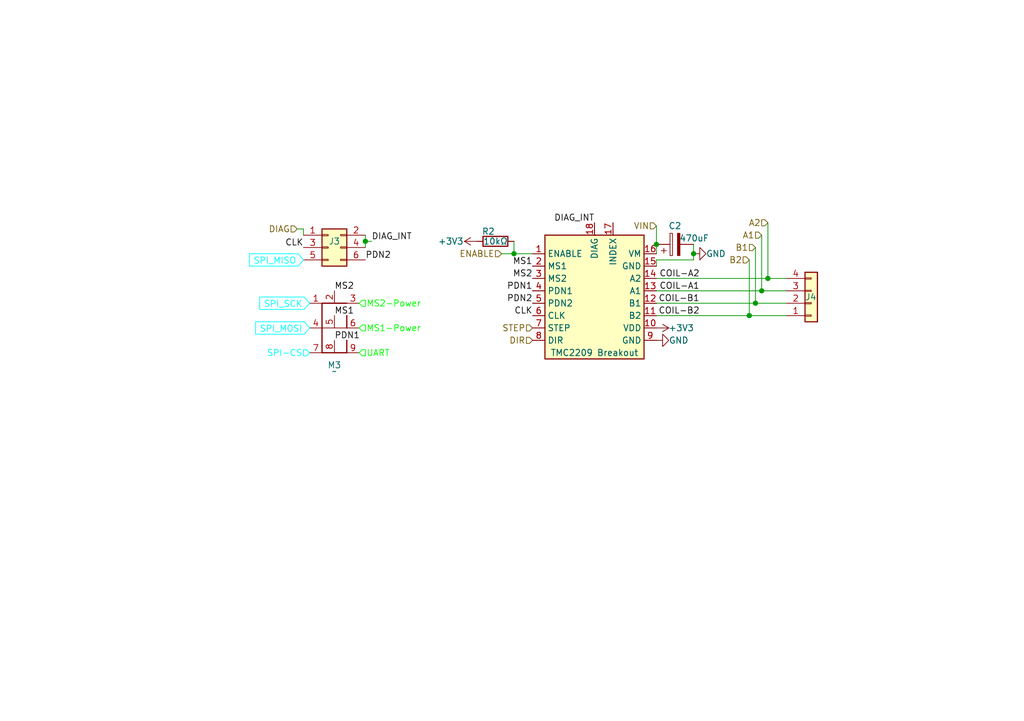
<source format=kicad_sch>
(kicad_sch (version 20250114) (generator "eeschema") (generator_version "9.0")
  (paper "A5")
  (title_block (title "Nyoomies KME V4 (Klipper Motor Expansion)") (date "2024-04-01") (rev "4.3") (company "Pera @ https://transfur.science/f191") (comment 1 "CERN OHL v2 - S") (comment 3 "https://github.com/comradef191/NyoomiesKME"))
  (lib_symbols
    (symbol "Connector_Generic:Conn_01x04" (pin_names (offset 1.016) (hide yes))
      (property "Reference" "J" (at 0 5.08 0))
      (property "Value" "Conn_01x04" (at 0 -7.62 0))
      (symbol "Conn_01x04_1_1"
        (rectangle (start -1.27 3.81) (end 1.27 -6.35) (stroke (width 0.254)) (fill (type background)))
        (rectangle (start -1.27 2.667) (end 0 2.413) (stroke (width 0.1524)))
        (rectangle (start -1.27 0.127) (end 0 -0.127) (stroke (width 0.1524)))
        (rectangle (start -1.27 -2.413) (end 0 -2.667) (stroke (width 0.1524)))
        (rectangle (start -1.27 -4.953) (end 0 -5.207) (stroke (width 0.1524)))
        (pin passive line (at -5.08 2.54 0) (length 3.81) (name "Pin_1") (number "1"))
        (pin passive line (at -5.08 0 0) (length 3.81) (name "Pin_2") (number "2"))
        (pin passive line (at -5.08 -2.54 0) (length 3.81) (name "Pin_3") (number "3"))
        (pin passive line (at -5.08 -5.08 0) (length 3.81) (name "Pin_4") (number "4"))
      )
    )
    (symbol "Connector_Generic:Conn_02x03_Odd_Even" (pin_names (offset 1.016) (hide yes))
      (property "Reference" "J" (at 1.27 5.08 0))
      (property "Value" "Conn_02x03_Odd_Even" (at 1.27 -5.08 0))
      (symbol "Conn_02x03_Odd_Even_1_1"
        (rectangle (start -1.27 3.81) (end 3.81 -3.81) (stroke (width 0.254)) (fill (type background)))
        (rectangle (start -1.27 2.667) (end 0 2.413) (stroke (width 0.1524)))
        (rectangle (start -1.27 0.127) (end 0 -0.127) (stroke (width 0.1524)))
        (rectangle (start -1.27 -2.413) (end 0 -2.667) (stroke (width 0.1524)))
        (rectangle (start 3.81 2.667) (end 2.54 2.413) (stroke (width 0.1524)))
        (rectangle (start 3.81 0.127) (end 2.54 -0.127) (stroke (width 0.1524)))
        (rectangle (start 3.81 -2.413) (end 2.54 -2.667) (stroke (width 0.1524)))
        (pin passive line (at -5.08 2.54 0) (length 3.81) (name "Pin_1") (number "1"))
        (pin passive line (at -5.08 0 0) (length 3.81) (name "Pin_3") (number "3"))
        (pin passive line (at -5.08 -2.54 0) (length 3.81) (name "Pin_5") (number "5"))
        (pin passive line (at 7.62 2.54 180) (length 3.81) (name "Pin_2") (number "2"))
        (pin passive line (at 7.62 0 180) (length 3.81) (name "Pin_4") (number "4"))
        (pin passive line (at 7.62 -2.54 180) (length 3.81) (name "Pin_6") (number "6"))
      )
    )
    (symbol "CustomSymbols:3x9_Pin_Connector"
      (property "Reference" "M" (at 0 0 0))
      (symbol "3x9_Pin_Connector_0_1"
        (polyline (pts (xy -2.54 6.35) (xy 2.54 6.35)))
      )
      (symbol "3x9_Pin_Connector_1_1"
        (polyline (pts (xy 2.54 6.35) (xy 2.54 8.89)) (stroke (width 0.254)))
        (polyline (pts (xy 2.54 1.27) (xy 2.54 3.81)) (stroke (width 0.254)))
        (polyline (pts (xy 2.54 1.27) (xy -2.54 1.27) (xy -2.54 11.43) (xy 2.54 11.43)) (stroke (width 0.254)))
        (pin bidirectional line (at -5.08 11.43 0) (length 2.54) (name "") (number "1"))
        (pin bidirectional line (at -5.08 6.35 0) (length 2.54) (name "") (number "4"))
        (pin bidirectional line (at -5.08 1.27 0) (length 2.54) (name "") (number "7"))
        (pin bidirectional line (at 0 13.97 270) (length 2.54) (name "") (number "2"))
        (pin bidirectional line (at 0 8.89 270) (length 2.54) (name "") (number "5"))
        (pin bidirectional line (at 0 3.81 270) (length 2.54) (name "") (number "8"))
        (pin bidirectional line (at 5.08 11.43 180) (length 2.54) (name "") (number "3"))
        (pin bidirectional line (at 5.08 6.35 180) (length 2.54) (name "") (number "6"))
        (pin bidirectional line (at 5.08 1.27 180) (length 2.54) (name "") (number "9"))
      )
    )
    (symbol "CustomSymbols:TMC2209 StepStick Breakout"
      (property "Reference" "M" (at 1.27 -3.81 0))
      (property "Value" "TMC2209 Breakout" (at 11.43 -7.62 0))
      (symbol "TMC2209 StepStick Breakout_0_1"
        (rectangle (start -7.62 16.51) (end 12.7 -8.89) (stroke (width 0.254)) (fill (type background)))
      )
      (symbol "TMC2209 StepStick Breakout_1_1"
        (pin input line (at -10.16 12.7 0) (length 2.54) (name "ENABLE") (number "1"))
        (pin input line (at -10.16 10.16 0) (length 2.54) (name "MS1") (number "2"))
        (pin input line (at -10.16 7.62 0) (length 2.54) (name "MS2") (number "3"))
        (pin output line (at -10.16 5.08 0) (length 2.54) (name "PDN1") (number "4"))
        (pin output line (at -10.16 2.54 0) (length 2.54) (name "PDN2") (number "5"))
        (pin input line (at -10.16 0 0) (length 2.54) (name "CLK") (number "6"))
        (pin input line (at -10.16 -2.54 0) (length 2.54) (name "STEP") (number "7"))
        (pin input line (at -10.16 -5.08 0) (length 2.54) (name "DIR") (number "8"))
        (pin output line (at 2.54 19.05 270) (length 2.54) (name "DIAG") (number "18"))
        (pin input line (at 6.35 19.05 270) (length 2.54) (name "INDEX") (number "17"))
        (pin input line (at 15.24 12.7 180) (length 2.54) (name "VM") (number "16"))
        (pin input line (at 15.24 10.16 180) (length 2.54) (name "GND") (number "15"))
        (pin output line (at 15.24 7.62 180) (length 2.54) (name "A2") (number "14"))
        (pin output line (at 15.24 5.08 180) (length 2.54) (name "A1") (number "13"))
        (pin output line (at 15.24 2.54 180) (length 2.54) (name "B1") (number "12"))
        (pin output line (at 15.24 0 180) (length 2.54) (name "B2") (number "11"))
        (pin input line (at 15.24 -2.54 180) (length 2.54) (name "VDD") (number "10"))
        (pin input line (at 15.24 -5.08 180) (length 2.54) (name "GND") (number "9"))
      )
    )
    (symbol "Device:C_Polarized" (pin_numbers (hide yes)) (pin_names (offset 0.254))
      (property "Reference" "C" (at 0.635 2.54 0))
      (property "Value" "C_Polarized" (at 0.635 -2.54 0))
      (symbol "C_Polarized_0_1"
        (rectangle (start -2.286 0.508) (end 2.286 1.016))
        (polyline (pts (xy -1.778 2.286) (xy -0.762 2.286)))
        (polyline (pts (xy -1.27 2.794) (xy -1.27 1.778)))
        (rectangle (start 2.286 -0.508) (end -2.286 -1.016) (fill (type outline)))
      )
      (symbol "C_Polarized_1_1"
        (pin passive line (at 0 3.81 270) (length 2.794) (name "~") (number "1"))
        (pin passive line (at 0 -3.81 90) (length 2.794) (name "~") (number "2"))
      )
    )
    (symbol "Device:R" (pin_numbers (hide yes)) (pin_names (offset 0))
      (property "Reference" "R" (at 2.032 0 90))
      (property "Value" "R" (at 0 0 90))
      (symbol "R_0_1"
        (rectangle (start -1.016 -2.54) (end 1.016 2.54) (stroke (width 0.254)))
      )
      (symbol "R_1_1"
        (pin passive line (at 0 3.81 270) (length 1.27) (name "~") (number "1"))
        (pin passive line (at 0 -3.81 90) (length 1.27) (name "~") (number "2"))
      )
    )
    (symbol "power:+3V3" (power) (pin_names (offset 0))
      (property "Value" "+3V3" (at 0 3.556 0))
      (symbol "+3V3_0_1"
        (polyline (pts (xy -0.762 1.27) (xy 0 2.54)))
        (polyline (pts (xy 0 2.54) (xy 0.762 1.27)))
        (polyline (pts (xy 0 0) (xy 0 2.54)))
      )
      (symbol "+3V3_1_1"
        (pin power_in line (at 0 0 90) (length 0) (hide yes) (name "+3V3") (number "1"))
      )
    )
    (symbol "power:GND" (power) (pin_names (offset 0))
      (property "Value" "GND" (at 0 -3.81 0))
      (symbol "GND_0_1"
        (polyline (pts (xy 0 0) (xy 0 -1.27) (xy 1.27 -1.27) (xy 0 -2.54) (xy -1.27 -1.27) (xy 0 -1.27)))
      )
      (symbol "GND_1_1"
        (pin power_in line (at 0 0 270) (length 0) (hide yes) (name "GND") (number "1"))
      )
    )
  )
  (junction (at 74.93 49.53))
  (junction (at 134.62 50.165))
  (junction (at 157.48 57.15))
  (junction (at 105.41 52.07))
  (junction (at 153.67 64.77))
  (junction (at 142.24 52.07))
  (junction (at 154.94 62.23))
  (junction (at 156.21 59.69))
  (wire (pts (xy 154.94 50.8) (xy 154.94 62.23)))
  (wire (pts (xy 142.24 52.07) (xy 142.24 53.34)))
  (wire (pts (xy 134.62 62.23) (xy 154.94 62.23)))
  (wire (pts (xy 74.93 48.26) (xy 74.93 49.53)))
  (wire (pts (xy 105.41 52.07) (xy 109.22 52.07)))
  (wire (pts (xy 74.93 49.53) (xy 74.93 50.8)))
  (wire (pts (xy 142.24 53.34) (xy 134.62 53.34)))
  (wire (pts (xy 153.67 53.34) (xy 153.67 64.77)))
  (wire (pts (xy 142.24 50.165) (xy 142.24 52.07)))
  (wire (pts (xy 134.62 50.165) (xy 134.62 52.07)))
  (wire (pts (xy 134.62 46.355) (xy 134.62 50.165)))
  (wire (pts (xy 154.94 62.23) (xy 161.29 62.23)))
  (wire (pts (xy 157.48 45.72) (xy 157.48 57.15)))
  (wire (pts (xy 153.67 64.77) (xy 161.29 64.77)))
  (wire (pts (xy 157.48 57.15) (xy 161.29 57.15)))
  (wire (pts (xy 105.41 49.53) (xy 105.41 52.07)))
  (wire (pts (xy 76.2 49.53) (xy 74.93 49.53)))
  (wire (pts (xy 134.62 59.69) (xy 156.21 59.69)))
  (wire (pts (xy 134.62 57.15) (xy 157.48 57.15)))
  (wire (pts (xy 134.62 64.77) (xy 153.67 64.77)))
  (wire (pts (xy 156.21 59.69) (xy 161.29 59.69)))
  (wire (pts (xy 60.96 46.99) (xy 62.23 46.99)))
  (wire (pts (xy 134.62 53.34) (xy 134.62 54.61)))
  (wire (pts (xy 62.23 46.99) (xy 62.23 48.26)))
  (wire (pts (xy 156.21 48.26) (xy 156.21 59.69)))
  (wire (pts (xy 102.87 52.07) (xy 105.41 52.07)))
  (label "MS2" (at 109.22 57.15 180))
  (label "PDN1" (at 109.22 59.69 180))
  (label "COIL-B1" (at 143.51 62.23 180))
  (label "PDN2" (at 74.93 53.34 0))
  (label "COIL-A2" (at 143.51 57.15 180))
  (label "MS1" (at 68.58 64.77 0))
  (label "PDN1" (at 68.58 69.85 0))
  (label "MS2" (at 68.58 59.69 0))
  (label "COIL-A1" (at 143.51 59.69 180))
  (label "MS1" (at 109.22 54.61 180))
  (label "DIAG_INT" (at 76.2 49.53 0))
  (label "CLK" (at 62.23 50.8 180))
  (label "COIL-B2" (at 143.51 64.77 180))
  (label "DIAG_INT" (at 121.92 45.72 180))
  (label "PDN2" (at 109.22 62.23 180))
  (label "CLK" (at 109.22 64.77 180))
  (global_label "SPI_SCK" (shape input) (at 63.5 62.23 180) (property "Intersheetrefs" "${INTERSHEET_REFS}" (effects (hide yes))))
  (global_label "SPI_MOSI" (shape input) (at 63.5 67.31 180) (property "Intersheetrefs" "${INTERSHEET_REFS}" (effects (hide yes))))
  (global_label "SPI_MISO" (shape input) (at 62.23 53.34 180) (property "Intersheetrefs" "${INTERSHEET_REFS}" (effects (hide yes))))
  (hierarchical_label "VIN" (shape input) (at 134.62 46.355 180))
  (hierarchical_label "MS1-Power" (shape input) (at 73.66 67.31 0))
  (hierarchical_label "DIR" (shape input) (at 109.22 69.85 180))
  (hierarchical_label "A2" (shape input) (at 157.48 45.72 180))
  (hierarchical_label "ENABLE" (shape input) (at 102.87 52.07 180))
  (hierarchical_label "STEP" (shape input) (at 109.22 67.31 180))
  (hierarchical_label "A1" (shape input) (at 156.21 48.26 180))
  (hierarchical_label "MS2-Power" (shape input) (at 73.66 62.23 0))
  (hierarchical_label "B2" (shape input) (at 153.67 53.34 180))
  (hierarchical_label "DIAG" (shape input) (at 60.96 46.99 180))
  (hierarchical_label "UART" (shape input) (at 73.66 72.39 0))
  (hierarchical_label "SPI-CS" (shape input) (at 63.5 72.39 180))
  (hierarchical_label "B1" (shape input) (at 154.94 50.8 180))
  (symbol (lib_id "Connector_Generic:Conn_02x03_Odd_Even") (at 67.31 50.8 0) (unit 1)
    (property "Reference" "J1" (at 68.58 49.53 0))
    (property "Value" "Conn_02x03_Odd_Even" (effects (hide yes)))
    (property "Footprint" "Connector_PinHeader_2.54mm:PinHeader_2x03_P2.54mm_Vertical" (effects (hide yes)))
    (property "Description" "Generic connector, double row, 02x03, odd/even pin numbering scheme (row 1 odd numbers, row 2 even numbers), script generated (kicad-library-utils/schlib/autogen/connector/)" (effects (hide yes)))
    (instances (project "OpenA1K" (path "" (reference "J3") (unit 1)) (path "" (reference "J7") (unit 1)) (path "" (reference "J5") (unit 1)) (path "" (reference "J1") (unit 1))))
  )
  (symbol (lib_id "Connector_Generic:Conn_01x04") (at 166.37 62.23 0) (mirror x) (unit 1)
    (property "Reference" "J2" (at 165.1 60.96 0) (effects (justify left)))
    (property "Value" "Conn_01x04" (effects (hide yes)))
    (property "Footprint" "Connector_JST:JST_XH_B4B-XH-AM_1x04_P2.50mm_Vertical" (effects (hide yes)))
    (instances (project "OpenA1K" (path "" (reference "J4") (unit 1)) (path "" (reference "J8") (unit 1)) (path "" (reference "J6") (unit 1)) (path "" (reference "J2") (unit 1))))
  )
  (symbol (lib_id "Device:R") (at 101.6 49.53 270) (unit 1)
    (property "Reference" "R1" (at 98.806 47.498 90) (effects (justify left)))
    (property "Value" "10kΩ" (at 99.06 49.53 90) (effects (justify left)))
    (property "Footprint" "Resistor_THT:R_Axial_DIN0207_L6.3mm_D2.5mm_P10.16mm_Horizontal" (effects (hide yes)))
    (instances (project "OpenA1K" (path "" (reference "R2") (unit 1)) (path "" (reference "R4") (unit 1)) (path "" (reference "R3") (unit 1)) (path "" (reference "R1") (unit 1))))
  )
  (symbol (lib_id "power:GND") (at 134.62 69.85 90) (unit 1)
    (property "Reference" "#PWR03" (effects (hide yes)))
    (property "Value" "GND" (at 139.192 69.85 90))
    (instances (project "OpenA1K" (path "" (reference "#PWR07") (unit 1)) (path "" (reference "#PWR015") (unit 1)) (path "" (reference "#PWR011") (unit 1)) (path "" (reference "#PWR03") (unit 1))))
  )
  (symbol (lib_id "power:GND") (at 142.24 52.07 90) (unit 1)
    (property "Reference" "#PWR04" (effects (hide yes)))
    (property "Value" "GND" (at 144.78 52.07 90) (effects (justify right)))
    (instances (project "OpenA1K" (path "" (reference "#PWR08") (unit 1)) (path "" (reference "#PWR016") (unit 1)) (path "" (reference "#PWR012") (unit 1)) (path "" (reference "#PWR04") (unit 1))))
  )
  (symbol (lib_id "Device:C_Polarized") (at 138.43 50.165 90) (unit 1)
    (property "Reference" "C1" (at 138.43 46.355 90))
    (property "Value" "470uF" (at 145.415 48.895 90) (effects (justify left)))
    (property "Footprint" "OpenA1K:Cap ~ 12.5, 2.5mm-7.5mm pitch" (effects (hide yes)))
    (instances (project "OpenA1K" (path "" (reference "C2") (unit 1)) (path "" (reference "C4") (unit 1)) (path "" (reference "C3") (unit 1)) (path "" (reference "C1") (unit 1))))
  )
  (symbol (lib_id "CustomSymbols:TMC2209 StepStick Breakout") (at 119.38 64.77 0) (unit 1)
    (property "Reference" "M2" (effects (hide yes)))
    (property "Value" "TMC2209 Breakout" (at 121.92 72.39 0))
    (property "Footprint" "OpenA1K:TMC2209 Footprint" (effects (hide yes)))
    (instances (project "OpenA1K" (path "" (reference "M4") (unit 1)) (path "" (reference "M8") (unit 1)) (path "" (reference "M6") (unit 1)) (path "" (reference "M2") (unit 1))))
  )
  (symbol (lib_id "power:+3V3") (at 97.79 49.53 90) (unit 1)
    (property "Reference" "#PWR01" (effects (hide yes)))
    (property "Value" "+3V3" (at 92.456 49.53 90))
    (instances (project "OpenA1K" (path "" (reference "#PWR05") (unit 1)) (path "" (reference "#PWR013") (unit 1)) (path "" (reference "#PWR09") (unit 1)) (path "" (reference "#PWR01") (unit 1))))
  )
  (symbol (lib_id "CustomSymbols:3x9_Pin_Connector") (at 68.58 73.66 0) (unit 1)
    (property "Reference" "M1" (at 68.58 74.93 0))
    (property "Value" "~" (at 68.58 76.2 0))
    (property "Footprint" "OpenA1K:PinHeader 3x03 P2.54mm" (effects (hide yes)))
    (instances (project "OpenA1K" (path "" (reference "M3") (unit 1)) (path "" (reference "M7") (unit 1)) (path "" (reference "M5") (unit 1)) (path "" (reference "M1") (unit 1))))
  )
  (symbol (lib_id "power:+3V3") (at 134.62 67.31 270) (unit 1)
    (property "Reference" "#PWR02" (effects (hide yes)))
    (property "Value" "+3V3" (at 139.7 67.31 90))
    (instances (project "OpenA1K" (path "" (reference "#PWR06") (unit 1)) (path "" (reference "#PWR014") (unit 1)) (path "" (reference "#PWR010") (unit 1)) (path "" (reference "#PWR02") (unit 1))))
  )
)
</source>
